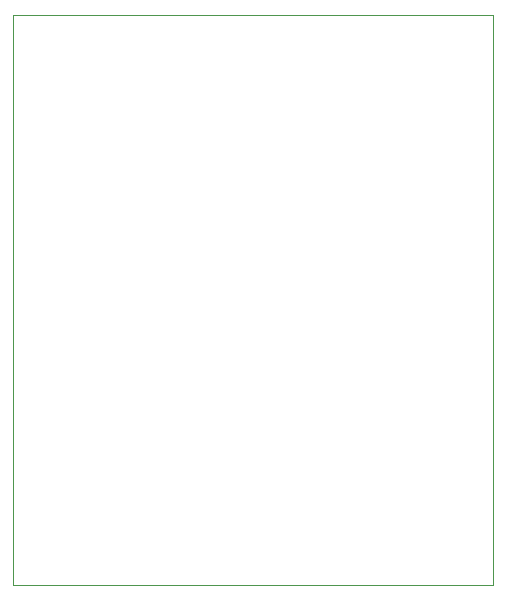
<source format=gbr>
%TF.GenerationSoftware,KiCad,Pcbnew,(6.0.10)*%
%TF.CreationDate,2023-02-17T15:18:55-08:00*%
%TF.ProjectId,ee210,65653231-302e-46b6-9963-61645f706362,rev?*%
%TF.SameCoordinates,Original*%
%TF.FileFunction,Profile,NP*%
%FSLAX46Y46*%
G04 Gerber Fmt 4.6, Leading zero omitted, Abs format (unit mm)*
G04 Created by KiCad (PCBNEW (6.0.10)) date 2023-02-17 15:18:55*
%MOMM*%
%LPD*%
G01*
G04 APERTURE LIST*
%TA.AperFunction,Profile*%
%ADD10C,0.100000*%
%TD*%
G04 APERTURE END LIST*
D10*
X132080000Y-124460000D02*
X132080000Y-76200000D01*
X172720000Y-76200000D02*
X172720000Y-124460000D01*
X172720000Y-124460000D02*
X132080000Y-124460000D01*
X132080000Y-76200000D02*
X172720000Y-76200000D01*
M02*

</source>
